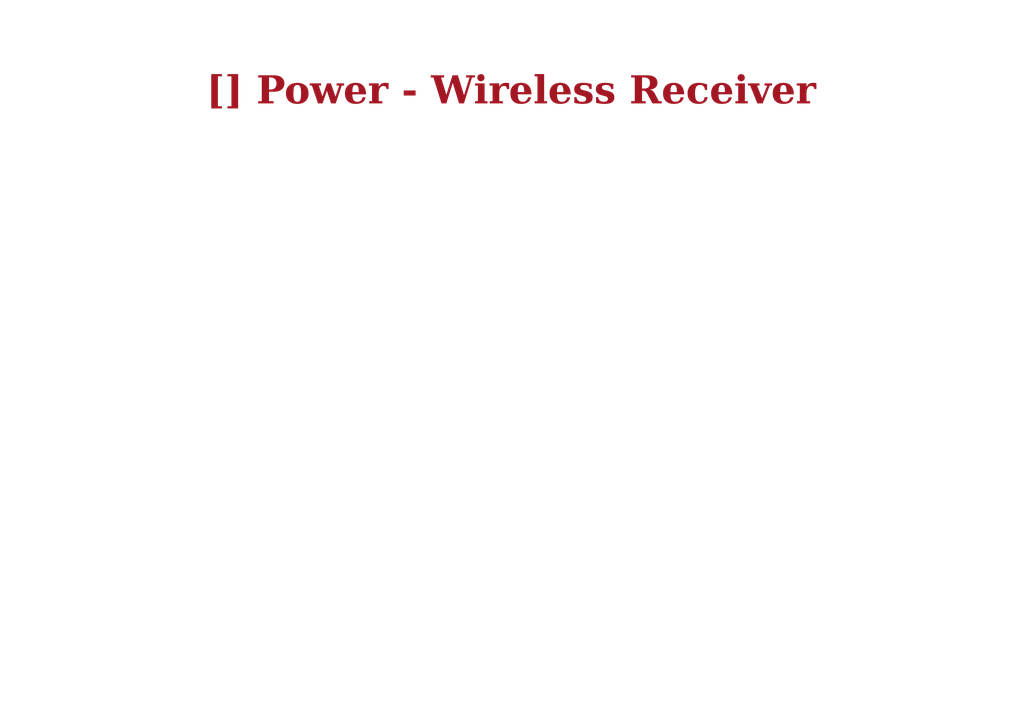
<source format=kicad_sch>
(kicad_sch
	(version 20250114)
	(generator "eeschema")
	(generator_version "9.0")
	(uuid "ea8c4f5e-7a49-4faf-a994-dbc85ed86b0a")
	(paper "A4")
	(title_block
		(title "Power - Wireless Receiver")
		(date "2025-02-16")
		(rev "${REVISION}")
		(company "${COMPANY}")
	)
	(lib_symbols)
	(text_box "[${#}] ${TITLE}"
		(exclude_from_sim no)
		(at 12.065 20.32 0)
		(size 272.415 12.7)
		(margins 5.9999 5.9999 5.9999 5.9999)
		(stroke
			(width -0.0001)
			(type default)
		)
		(fill
			(type none)
		)
		(effects
			(font
				(face "Times New Roman")
				(size 8 8)
				(thickness 1.2)
				(bold yes)
				(color 162 22 34 1)
			)
		)
		(uuid "524c500e-48b2-4d74-9c30-5c34bf6c2558")
	)
)

</source>
